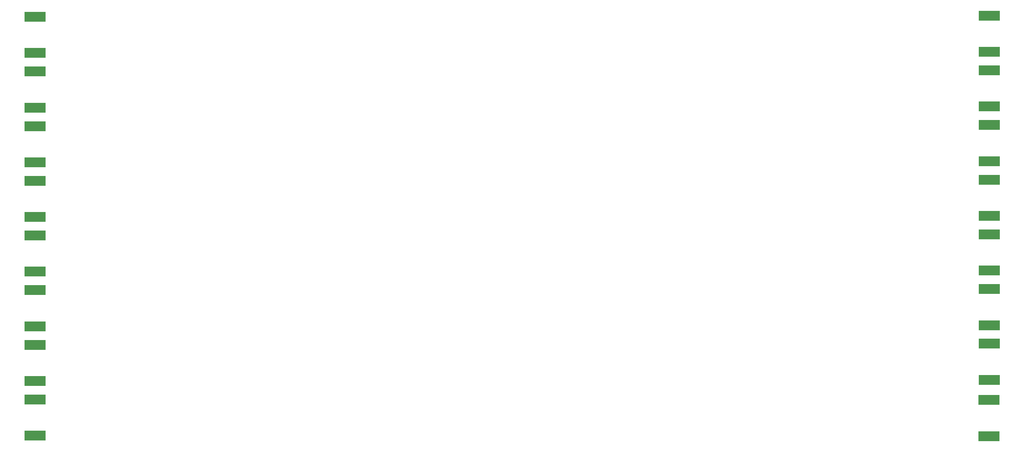
<source format=gbr>
%TF.GenerationSoftware,KiCad,Pcbnew,8.0.3*%
%TF.CreationDate,2024-07-10T09:14:50+07:00*%
%TF.ProjectId,probe,70726f62-652e-46b6-9963-61645f706362,rev?*%
%TF.SameCoordinates,Original*%
%TF.FileFunction,Paste,Bot*%
%TF.FilePolarity,Positive*%
%FSLAX46Y46*%
G04 Gerber Fmt 4.6, Leading zero omitted, Abs format (unit mm)*
G04 Created by KiCad (PCBNEW 8.0.3) date 2024-07-10 09:14:50*
%MOMM*%
%LPD*%
G01*
G04 APERTURE LIST*
%ADD10R,5.080000X2.420000*%
G04 APERTURE END LIST*
D10*
%TO.C,J6*%
X149250000Y-208020000D03*
X149250000Y-216780000D03*
%TD*%
%TO.C,J2*%
X149250000Y-155100000D03*
X149250000Y-163860000D03*
%TD*%
%TO.C,J16*%
X379680000Y-243380000D03*
X379680000Y-234620000D03*
%TD*%
%TO.C,J5*%
X149250000Y-194790000D03*
X149250000Y-203550000D03*
%TD*%
%TO.C,J12*%
X379720000Y-190045375D03*
X379720000Y-181285375D03*
%TD*%
%TO.C,J3*%
X149250000Y-168330000D03*
X149250000Y-177090000D03*
%TD*%
%TO.C,J8*%
X149250000Y-234480000D03*
X149250000Y-243240000D03*
%TD*%
%TO.C,J11*%
X379720000Y-176815375D03*
X379720000Y-168055375D03*
%TD*%
%TO.C,J13*%
X379720000Y-203275375D03*
X379720000Y-194515375D03*
%TD*%
%TO.C,J15*%
X379720000Y-229735375D03*
X379720000Y-220975375D03*
%TD*%
%TO.C,J1*%
X149250000Y-141870000D03*
X149250000Y-150630000D03*
%TD*%
%TO.C,J14*%
X379720000Y-216505375D03*
X379720000Y-207745375D03*
%TD*%
%TO.C,J4*%
X149250000Y-181560000D03*
X149250000Y-190320000D03*
%TD*%
%TO.C,J7*%
X149250000Y-221250000D03*
X149250000Y-230010000D03*
%TD*%
%TO.C,J9*%
X379720000Y-150355375D03*
X379720000Y-141595375D03*
%TD*%
%TO.C,J10*%
X379720000Y-163585375D03*
X379720000Y-154825375D03*
%TD*%
M02*

</source>
